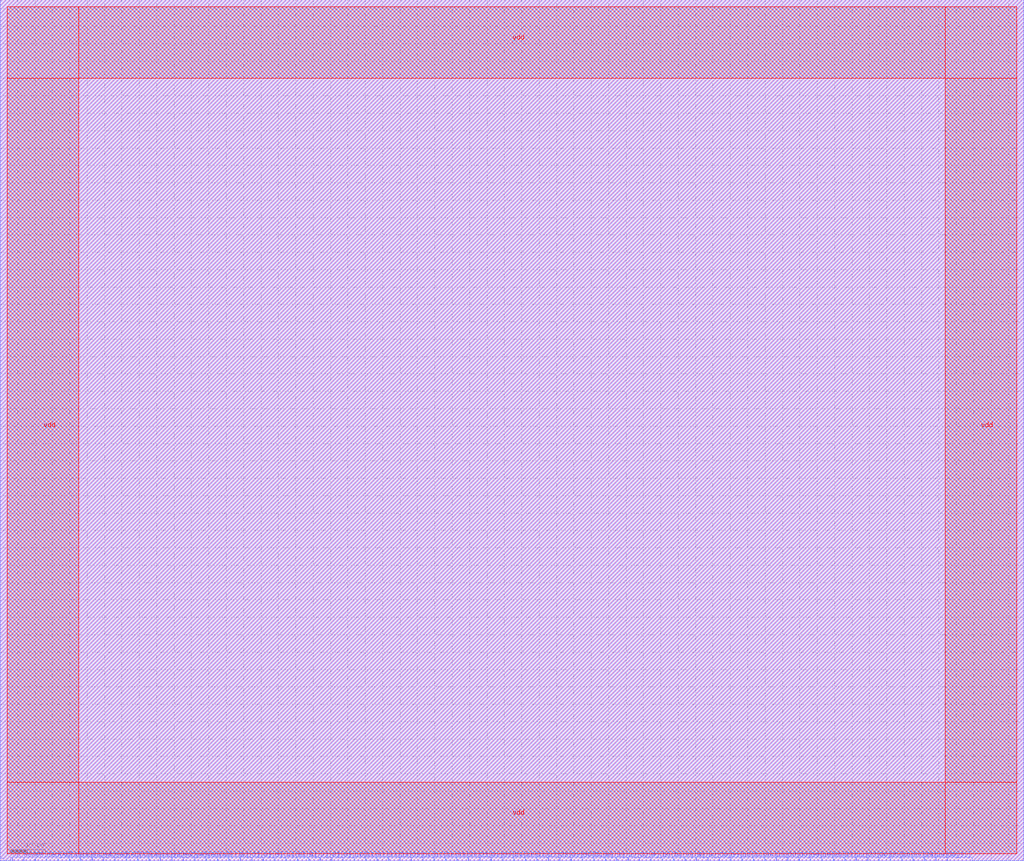
<source format=lef>
# TPT/COMELEC: Modèle générique Généré par gen_hcmos9_ram pour l'ue ELEC342 SOC  V1.0 Mon Jun 28 18:00:01 2010  */
#
VERSION 5.4 ;
NAMESCASESENSITIVE ON ;
DIVIDERCHAR "|" ;
BUSBITCHARS "[]" ;

MACRO tpt_hcmos9_dpram_DEPTH256_WIDTH32
    CLASS BLOCK ;
    FOREIGN tpt_hcmos9_dpram_DEPTH256_WIDTH32 0.0 0.0 ;
    ORIGIN 0.0 0.0 ;
    SIZE 294.38 BY 247.64 ;
    SYMMETRY X Y R90 ;
    SITE CORE ;


  PIN CK
      FOREIGN CK ;
      DIRECTION INPUT ;
      USE SIGNAL ;
      PORT 
          LAYER M3 ;
	  RECT 3.385 0.000 3.585 0.635 ;
      END
  END CK


  PIN READ 
      FOREIGN READ ;
      DIRECTION INPUT ;
      USE SIGNAL ;
      PORT 
          LAYER M3 ;
	  RECT 6.665 0.000 6.865 0.635 ;
      END
  END READ 


  PIN WRITE
      FOREIGN WRITE ;
      DIRECTION INPUT ;
      USE SIGNAL ;
      PORT 
          LAYER M3 ;
	  RECT 9.945 0.000 10.145 0.635 ;
      END
  END WRITE

   
     PIN RAD[0]
         FOREIGN RAD[0] ;
         DIRECTION INPUT ;
         USE SIGNAL ;
         PORT 
             LAYER M3 ;
   	  RECT 13.225 0.000 13.425 0.635 ;
         END
     END RAD[0]
     
   
     PIN RAD[1]
         FOREIGN RAD[1] ;
         DIRECTION INPUT ;
         USE SIGNAL ;
         PORT 
             LAYER M3 ;
   	  RECT 16.505 0.000 16.705 0.635 ;
         END
     END RAD[1]
     
   
     PIN RAD[2]
         FOREIGN RAD[2] ;
         DIRECTION INPUT ;
         USE SIGNAL ;
         PORT 
             LAYER M3 ;
   	  RECT 19.785 0.000 19.985 0.635 ;
         END
     END RAD[2]
     
   
     PIN RAD[3]
         FOREIGN RAD[3] ;
         DIRECTION INPUT ;
         USE SIGNAL ;
         PORT 
             LAYER M3 ;
   	  RECT 23.065 0.000 23.265 0.635 ;
         END
     END RAD[3]
     
   
     PIN RAD[4]
         FOREIGN RAD[4] ;
         DIRECTION INPUT ;
         USE SIGNAL ;
         PORT 
             LAYER M3 ;
   	  RECT 26.345 0.000 26.545 0.635 ;
         END
     END RAD[4]
     
   
     PIN RAD[5]
         FOREIGN RAD[5] ;
         DIRECTION INPUT ;
         USE SIGNAL ;
         PORT 
             LAYER M3 ;
   	  RECT 29.625 0.000 29.825 0.635 ;
         END
     END RAD[5]
     
   
     PIN RAD[6]
         FOREIGN RAD[6] ;
         DIRECTION INPUT ;
         USE SIGNAL ;
         PORT 
             LAYER M3 ;
   	  RECT 32.905 0.000 33.105 0.635 ;
         END
     END RAD[6]
     
   
     PIN RAD[7]
         FOREIGN RAD[7] ;
         DIRECTION INPUT ;
         USE SIGNAL ;
         PORT 
             LAYER M3 ;
   	  RECT 36.185 0.000 36.385 0.635 ;
         END
     END RAD[7]
     
   
     PIN WAD[0]
         FOREIGN WAD[0] ;
         DIRECTION INPUT ;
         USE SIGNAL ;
         PORT 
             LAYER M3 ;
   	  RECT 39.465 0.000 39.665 0.635 ;
         END
     END WAD[0]
     
   
     PIN WAD[1]
         FOREIGN WAD[1] ;
         DIRECTION INPUT ;
         USE SIGNAL ;
         PORT 
             LAYER M3 ;
   	  RECT 42.745 0.000 42.945 0.635 ;
         END
     END WAD[1]
     
   
     PIN WAD[2]
         FOREIGN WAD[2] ;
         DIRECTION INPUT ;
         USE SIGNAL ;
         PORT 
             LAYER M3 ;
   	  RECT 46.025 0.000 46.225 0.635 ;
         END
     END WAD[2]
     
   
     PIN WAD[3]
         FOREIGN WAD[3] ;
         DIRECTION INPUT ;
         USE SIGNAL ;
         PORT 
             LAYER M3 ;
   	  RECT 49.305 0.000 49.505 0.635 ;
         END
     END WAD[3]
     
   
     PIN WAD[4]
         FOREIGN WAD[4] ;
         DIRECTION INPUT ;
         USE SIGNAL ;
         PORT 
             LAYER M3 ;
   	  RECT 52.585 0.000 52.785 0.635 ;
         END
     END WAD[4]
     
   
     PIN WAD[5]
         FOREIGN WAD[5] ;
         DIRECTION INPUT ;
         USE SIGNAL ;
         PORT 
             LAYER M3 ;
   	  RECT 55.865 0.000 56.065 0.635 ;
         END
     END WAD[5]
     
   
     PIN WAD[6]
         FOREIGN WAD[6] ;
         DIRECTION INPUT ;
         USE SIGNAL ;
         PORT 
             LAYER M3 ;
   	  RECT 59.145 0.000 59.345 0.635 ;
         END
     END WAD[6]
     
   
     PIN WAD[7]
         FOREIGN WAD[7] ;
         DIRECTION INPUT ;
         USE SIGNAL ;
         PORT 
             LAYER M3 ;
   	  RECT 62.425 0.000 62.625 0.635 ;
         END
     END WAD[7]
     
   
     PIN DI[0]
         FOREIGN DI[0] ;
         DIRECTION INPUT ;
         USE SIGNAL ;
         PORT 
             LAYER M3 ;
   	  RECT 65.705 0.000 65.905 0.635 ;
         END
     END DI[0]
     
   
     PIN DI[1]
         FOREIGN DI[1] ;
         DIRECTION INPUT ;
         USE SIGNAL ;
         PORT 
             LAYER M3 ;
   	  RECT 68.985 0.000 69.185 0.635 ;
         END
     END DI[1]
     
   
     PIN DI[2]
         FOREIGN DI[2] ;
         DIRECTION INPUT ;
         USE SIGNAL ;
         PORT 
             LAYER M3 ;
   	  RECT 72.265 0.000 72.465 0.635 ;
         END
     END DI[2]
     
   
     PIN DI[3]
         FOREIGN DI[3] ;
         DIRECTION INPUT ;
         USE SIGNAL ;
         PORT 
             LAYER M3 ;
   	  RECT 75.545 0.000 75.745 0.635 ;
         END
     END DI[3]
     
   
     PIN DI[4]
         FOREIGN DI[4] ;
         DIRECTION INPUT ;
         USE SIGNAL ;
         PORT 
             LAYER M3 ;
   	  RECT 78.825 0.000 79.025 0.635 ;
         END
     END DI[4]
     
   
     PIN DI[5]
         FOREIGN DI[5] ;
         DIRECTION INPUT ;
         USE SIGNAL ;
         PORT 
             LAYER M3 ;
   	  RECT 82.105 0.000 82.305 0.635 ;
         END
     END DI[5]
     
   
     PIN DI[6]
         FOREIGN DI[6] ;
         DIRECTION INPUT ;
         USE SIGNAL ;
         PORT 
             LAYER M3 ;
   	  RECT 85.385 0.000 85.585 0.635 ;
         END
     END DI[6]
     
   
     PIN DI[7]
         FOREIGN DI[7] ;
         DIRECTION INPUT ;
         USE SIGNAL ;
         PORT 
             LAYER M3 ;
   	  RECT 88.665 0.000 88.865 0.635 ;
         END
     END DI[7]
     
   
     PIN DI[8]
         FOREIGN DI[8] ;
         DIRECTION INPUT ;
         USE SIGNAL ;
         PORT 
             LAYER M3 ;
   	  RECT 91.945 0.000 92.145 0.635 ;
         END
     END DI[8]
     
   
     PIN DI[9]
         FOREIGN DI[9] ;
         DIRECTION INPUT ;
         USE SIGNAL ;
         PORT 
             LAYER M3 ;
   	  RECT 95.225 0.000 95.425 0.635 ;
         END
     END DI[9]
     
   
     PIN DI[10]
         FOREIGN DI[10] ;
         DIRECTION INPUT ;
         USE SIGNAL ;
         PORT 
             LAYER M3 ;
   	  RECT 98.505 0.000 98.705 0.635 ;
         END
     END DI[10]
     
   
     PIN DI[11]
         FOREIGN DI[11] ;
         DIRECTION INPUT ;
         USE SIGNAL ;
         PORT 
             LAYER M3 ;
   	  RECT 101.785 0.000 101.985 0.635 ;
         END
     END DI[11]
     
   
     PIN DI[12]
         FOREIGN DI[12] ;
         DIRECTION INPUT ;
         USE SIGNAL ;
         PORT 
             LAYER M3 ;
   	  RECT 105.065 0.000 105.265 0.635 ;
         END
     END DI[12]
     
   
     PIN DI[13]
         FOREIGN DI[13] ;
         DIRECTION INPUT ;
         USE SIGNAL ;
         PORT 
             LAYER M3 ;
   	  RECT 108.345 0.000 108.545 0.635 ;
         END
     END DI[13]
     
   
     PIN DI[14]
         FOREIGN DI[14] ;
         DIRECTION INPUT ;
         USE SIGNAL ;
         PORT 
             LAYER M3 ;
   	  RECT 111.625 0.000 111.825 0.635 ;
         END
     END DI[14]
     
   
     PIN DI[15]
         FOREIGN DI[15] ;
         DIRECTION INPUT ;
         USE SIGNAL ;
         PORT 
             LAYER M3 ;
   	  RECT 114.905 0.000 115.105 0.635 ;
         END
     END DI[15]
     
   
     PIN DI[16]
         FOREIGN DI[16] ;
         DIRECTION INPUT ;
         USE SIGNAL ;
         PORT 
             LAYER M3 ;
   	  RECT 118.185 0.000 118.385 0.635 ;
         END
     END DI[16]
     
   
     PIN DI[17]
         FOREIGN DI[17] ;
         DIRECTION INPUT ;
         USE SIGNAL ;
         PORT 
             LAYER M3 ;
   	  RECT 121.465 0.000 121.665 0.635 ;
         END
     END DI[17]
     
   
     PIN DI[18]
         FOREIGN DI[18] ;
         DIRECTION INPUT ;
         USE SIGNAL ;
         PORT 
             LAYER M3 ;
   	  RECT 124.745 0.000 124.945 0.635 ;
         END
     END DI[18]
     
   
     PIN DI[19]
         FOREIGN DI[19] ;
         DIRECTION INPUT ;
         USE SIGNAL ;
         PORT 
             LAYER M3 ;
   	  RECT 128.025 0.000 128.225 0.635 ;
         END
     END DI[19]
     
   
     PIN DI[20]
         FOREIGN DI[20] ;
         DIRECTION INPUT ;
         USE SIGNAL ;
         PORT 
             LAYER M3 ;
   	  RECT 131.305 0.000 131.505 0.635 ;
         END
     END DI[20]
     
   
     PIN DI[21]
         FOREIGN DI[21] ;
         DIRECTION INPUT ;
         USE SIGNAL ;
         PORT 
             LAYER M3 ;
   	  RECT 134.585 0.000 134.785 0.635 ;
         END
     END DI[21]
     
   
     PIN DI[22]
         FOREIGN DI[22] ;
         DIRECTION INPUT ;
         USE SIGNAL ;
         PORT 
             LAYER M3 ;
   	  RECT 137.865 0.000 138.065 0.635 ;
         END
     END DI[22]
     
   
     PIN DI[23]
         FOREIGN DI[23] ;
         DIRECTION INPUT ;
         USE SIGNAL ;
         PORT 
             LAYER M3 ;
   	  RECT 141.145 0.000 141.345 0.635 ;
         END
     END DI[23]
     
   
     PIN DI[24]
         FOREIGN DI[24] ;
         DIRECTION INPUT ;
         USE SIGNAL ;
         PORT 
             LAYER M3 ;
   	  RECT 144.425 0.000 144.625 0.635 ;
         END
     END DI[24]
     
   
     PIN DI[25]
         FOREIGN DI[25] ;
         DIRECTION INPUT ;
         USE SIGNAL ;
         PORT 
             LAYER M3 ;
   	  RECT 147.705 0.000 147.905 0.635 ;
         END
     END DI[25]
     
   
     PIN DI[26]
         FOREIGN DI[26] ;
         DIRECTION INPUT ;
         USE SIGNAL ;
         PORT 
             LAYER M3 ;
   	  RECT 150.985 0.000 151.185 0.635 ;
         END
     END DI[26]
     
   
     PIN DI[27]
         FOREIGN DI[27] ;
         DIRECTION INPUT ;
         USE SIGNAL ;
         PORT 
             LAYER M3 ;
   	  RECT 154.265 0.000 154.465 0.635 ;
         END
     END DI[27]
     
   
     PIN DI[28]
         FOREIGN DI[28] ;
         DIRECTION INPUT ;
         USE SIGNAL ;
         PORT 
             LAYER M3 ;
   	  RECT 157.545 0.000 157.745 0.635 ;
         END
     END DI[28]
     
   
     PIN DI[29]
         FOREIGN DI[29] ;
         DIRECTION INPUT ;
         USE SIGNAL ;
         PORT 
             LAYER M3 ;
   	  RECT 160.825 0.000 161.025 0.635 ;
         END
     END DI[29]
     
   
     PIN DI[30]
         FOREIGN DI[30] ;
         DIRECTION INPUT ;
         USE SIGNAL ;
         PORT 
             LAYER M3 ;
   	  RECT 164.105 0.000 164.305 0.635 ;
         END
     END DI[30]
     
   
     PIN DI[31]
         FOREIGN DI[31] ;
         DIRECTION INPUT ;
         USE SIGNAL ;
         PORT 
             LAYER M3 ;
   	  RECT 167.385 0.000 167.585 0.635 ;
         END
     END DI[31]
     
   
     PIN DO[0]
         FOREIGN DO[0] ;
         DIRECTION OUTPUT ;
         USE SIGNAL ;
         PORT 
             LAYER M3 ;
   	  RECT 170.665 0.000 170.865 0.635 ;
         END
     END DO[0]
     
   
     PIN DO[1]
         FOREIGN DO[1] ;
         DIRECTION OUTPUT ;
         USE SIGNAL ;
         PORT 
             LAYER M3 ;
   	  RECT 173.945 0.000 174.145 0.635 ;
         END
     END DO[1]
     
   
     PIN DO[2]
         FOREIGN DO[2] ;
         DIRECTION OUTPUT ;
         USE SIGNAL ;
         PORT 
             LAYER M3 ;
   	  RECT 177.225 0.000 177.425 0.635 ;
         END
     END DO[2]
     
   
     PIN DO[3]
         FOREIGN DO[3] ;
         DIRECTION OUTPUT ;
         USE SIGNAL ;
         PORT 
             LAYER M3 ;
   	  RECT 180.505 0.000 180.705 0.635 ;
         END
     END DO[3]
     
   
     PIN DO[4]
         FOREIGN DO[4] ;
         DIRECTION OUTPUT ;
         USE SIGNAL ;
         PORT 
             LAYER M3 ;
   	  RECT 183.785 0.000 183.985 0.635 ;
         END
     END DO[4]
     
   
     PIN DO[5]
         FOREIGN DO[5] ;
         DIRECTION OUTPUT ;
         USE SIGNAL ;
         PORT 
             LAYER M3 ;
   	  RECT 187.065 0.000 187.265 0.635 ;
         END
     END DO[5]
     
   
     PIN DO[6]
         FOREIGN DO[6] ;
         DIRECTION OUTPUT ;
         USE SIGNAL ;
         PORT 
             LAYER M3 ;
   	  RECT 190.345 0.000 190.545 0.635 ;
         END
     END DO[6]
     
   
     PIN DO[7]
         FOREIGN DO[7] ;
         DIRECTION OUTPUT ;
         USE SIGNAL ;
         PORT 
             LAYER M3 ;
   	  RECT 193.625 0.000 193.825 0.635 ;
         END
     END DO[7]
     
   
     PIN DO[8]
         FOREIGN DO[8] ;
         DIRECTION OUTPUT ;
         USE SIGNAL ;
         PORT 
             LAYER M3 ;
   	  RECT 196.905 0.000 197.105 0.635 ;
         END
     END DO[8]
     
   
     PIN DO[9]
         FOREIGN DO[9] ;
         DIRECTION OUTPUT ;
         USE SIGNAL ;
         PORT 
             LAYER M3 ;
   	  RECT 200.185 0.000 200.385 0.635 ;
         END
     END DO[9]
     
   
     PIN DO[10]
         FOREIGN DO[10] ;
         DIRECTION OUTPUT ;
         USE SIGNAL ;
         PORT 
             LAYER M3 ;
   	  RECT 203.465 0.000 203.665 0.635 ;
         END
     END DO[10]
     
   
     PIN DO[11]
         FOREIGN DO[11] ;
         DIRECTION OUTPUT ;
         USE SIGNAL ;
         PORT 
             LAYER M3 ;
   	  RECT 206.745 0.000 206.945 0.635 ;
         END
     END DO[11]
     
   
     PIN DO[12]
         FOREIGN DO[12] ;
         DIRECTION OUTPUT ;
         USE SIGNAL ;
         PORT 
             LAYER M3 ;
   	  RECT 210.025 0.000 210.225 0.635 ;
         END
     END DO[12]
     
   
     PIN DO[13]
         FOREIGN DO[13] ;
         DIRECTION OUTPUT ;
         USE SIGNAL ;
         PORT 
             LAYER M3 ;
   	  RECT 213.305 0.000 213.505 0.635 ;
         END
     END DO[13]
     
   
     PIN DO[14]
         FOREIGN DO[14] ;
         DIRECTION OUTPUT ;
         USE SIGNAL ;
         PORT 
             LAYER M3 ;
   	  RECT 216.585 0.000 216.785 0.635 ;
         END
     END DO[14]
     
   
     PIN DO[15]
         FOREIGN DO[15] ;
         DIRECTION OUTPUT ;
         USE SIGNAL ;
         PORT 
             LAYER M3 ;
   	  RECT 219.865 0.000 220.065 0.635 ;
         END
     END DO[15]
     
   
     PIN DO[16]
         FOREIGN DO[16] ;
         DIRECTION OUTPUT ;
         USE SIGNAL ;
         PORT 
             LAYER M3 ;
   	  RECT 223.145 0.000 223.345 0.635 ;
         END
     END DO[16]
     
   
     PIN DO[17]
         FOREIGN DO[17] ;
         DIRECTION OUTPUT ;
         USE SIGNAL ;
         PORT 
             LAYER M3 ;
   	  RECT 226.425 0.000 226.625 0.635 ;
         END
     END DO[17]
     
   
     PIN DO[18]
         FOREIGN DO[18] ;
         DIRECTION OUTPUT ;
         USE SIGNAL ;
         PORT 
             LAYER M3 ;
   	  RECT 229.705 0.000 229.905 0.635 ;
         END
     END DO[18]
     
   
     PIN DO[19]
         FOREIGN DO[19] ;
         DIRECTION OUTPUT ;
         USE SIGNAL ;
         PORT 
             LAYER M3 ;
   	  RECT 232.985 0.000 233.185 0.635 ;
         END
     END DO[19]
     
   
     PIN DO[20]
         FOREIGN DO[20] ;
         DIRECTION OUTPUT ;
         USE SIGNAL ;
         PORT 
             LAYER M3 ;
   	  RECT 236.265 0.000 236.465 0.635 ;
         END
     END DO[20]
     
   
     PIN DO[21]
         FOREIGN DO[21] ;
         DIRECTION OUTPUT ;
         USE SIGNAL ;
         PORT 
             LAYER M3 ;
   	  RECT 239.545 0.000 239.745 0.635 ;
         END
     END DO[21]
     
   
     PIN DO[22]
         FOREIGN DO[22] ;
         DIRECTION OUTPUT ;
         USE SIGNAL ;
         PORT 
             LAYER M3 ;
   	  RECT 242.825 0.000 243.025 0.635 ;
         END
     END DO[22]
     
   
     PIN DO[23]
         FOREIGN DO[23] ;
         DIRECTION OUTPUT ;
         USE SIGNAL ;
         PORT 
             LAYER M3 ;
   	  RECT 246.105 0.000 246.305 0.635 ;
         END
     END DO[23]
     
   
     PIN DO[24]
         FOREIGN DO[24] ;
         DIRECTION OUTPUT ;
         USE SIGNAL ;
         PORT 
             LAYER M3 ;
   	  RECT 249.385 0.000 249.585 0.635 ;
         END
     END DO[24]
     
   
     PIN DO[25]
         FOREIGN DO[25] ;
         DIRECTION OUTPUT ;
         USE SIGNAL ;
         PORT 
             LAYER M3 ;
   	  RECT 252.665 0.000 252.865 0.635 ;
         END
     END DO[25]
     
   
     PIN DO[26]
         FOREIGN DO[26] ;
         DIRECTION OUTPUT ;
         USE SIGNAL ;
         PORT 
             LAYER M3 ;
   	  RECT 255.945 0.000 256.145 0.635 ;
         END
     END DO[26]
     
   
     PIN DO[27]
         FOREIGN DO[27] ;
         DIRECTION OUTPUT ;
         USE SIGNAL ;
         PORT 
             LAYER M3 ;
   	  RECT 259.225 0.000 259.425 0.635 ;
         END
     END DO[27]
     
   
     PIN DO[28]
         FOREIGN DO[28] ;
         DIRECTION OUTPUT ;
         USE SIGNAL ;
         PORT 
             LAYER M3 ;
   	  RECT 262.505 0.000 262.705 0.635 ;
         END
     END DO[28]
     
   
     PIN DO[29]
         FOREIGN DO[29] ;
         DIRECTION OUTPUT ;
         USE SIGNAL ;
         PORT 
             LAYER M3 ;
   	  RECT 265.785 0.000 265.985 0.635 ;
         END
     END DO[29]
     
   
     PIN DO[30]
         FOREIGN DO[30] ;
         DIRECTION OUTPUT ;
         USE SIGNAL ;
         PORT 
             LAYER M3 ;
   	  RECT 269.065 0.000 269.265 0.635 ;
         END
     END DO[30]
     
   
     PIN DO[31]
         FOREIGN DO[31] ;
         DIRECTION OUTPUT ;
         USE SIGNAL ;
         PORT 
             LAYER M3 ;
   	  RECT 272.345 0.000 272.545 0.635 ;
         END
     END DO[31]
     

  PIN gnd
    FOREIGN gnd ;
    DIRECTION INOUT ;
    USE GROUND ;
    SHAPE ABUTMENT ;
    PORT
      LAYER M5 ;
      RECT 2.050 2.050 292.330 22.550 ;
    END
    PORT
      LAYER M5 ;
      RECT 2.050 225.090 292.330 245.590 ;
    END
    PORT
      LAYER M5 ;
      RECT 2.050 2.050 22.550 245.590 ;
    END
    PORT
      LAYER M5 ;
      RECT 271.830 2.050 292.330 245.590 ;
    END
  END gnd


  PIN vdd 
    FOREIGN gnd ;
    DIRECTION INOUT ;
    USE POWER ;
    SHAPE ABUTMENT ;
    PORT
      LAYER M6 ;
      RECT 2.050 2.050 292.330 22.550 ;
    END
    PORT
      LAYER M6 ;
      RECT 2.050 225.090 292.330 245.590 ;
    END
    PORT
      LAYER M6 ;
      RECT 2.050 2.050 22.550 245.590 ;
    END
    PORT
      LAYER M6 ;
      RECT 271.830 2.050 292.330 245.590 ;
    END
  END vdd


  OBS
    LAYER M1 ;
    POLYGON
        0 0
        294.38 0
        294.38 247.64
        0 247.64 ;
    
    LAYER M2 ;
    POLYGON
       1.045 0
       294.38 0
       294.38 247.64
       0 247.64
       0 0.715
       1.045 0.715 ;
    
    LAYER M3 ;
    POLYGON
       294.38 0
       294.38 247.64
       0 247.64
       0 0
       2.975 0
       2.975 1.045
       279.515 1.045
       279.515 0 ;

   END
  END tpt_hcmos9_dpram_DEPTH256_WIDTH32
END LIBRARY

</source>
